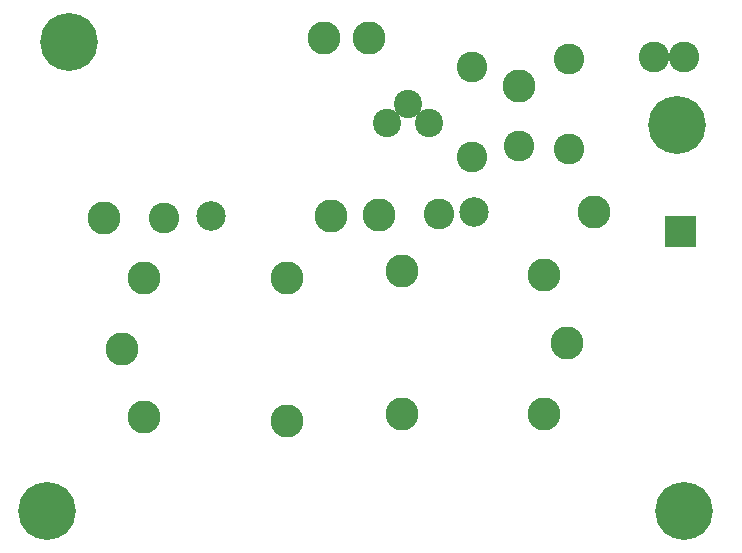
<source format=gbr>
%FSLAX34Y34*%
%MOMM*%
%LNSOLDERMASK_BOTTOM*%
G71*
G01*
%ADD10C,2.800*%
%ADD11C,2.400*%
%ADD12C,2.600*%
%ADD13C,2.500*%
%ADD14C,4.900*%
%LPD*%
X44450Y-184150D02*
G54D10*
D03*
X-76200Y-180976D02*
G54D10*
D03*
X44450Y-63500D02*
G54D10*
D03*
X-76200Y-63500D02*
G54D10*
D03*
X-95013Y-123825D02*
G54D10*
D03*
X141944Y-57762D02*
G54D10*
D03*
X262594Y-60936D02*
G54D10*
D03*
X141944Y-178412D02*
G54D10*
D03*
X262594Y-178412D02*
G54D10*
D03*
X281881Y-118087D02*
G54D10*
D03*
X164696Y68357D02*
G54D11*
D03*
X147121Y84256D02*
G54D11*
D03*
X129505Y68322D02*
G54D11*
D03*
X-110066Y-12446D02*
G54D12*
D03*
X-59086Y-12334D02*
G54D12*
D03*
X81743Y-10870D02*
G54D13*
D03*
X-19857Y-10870D02*
G54D13*
D03*
X81743Y-10870D02*
G54D12*
D03*
X81743Y-10870D02*
G54D10*
D03*
X-110066Y-12446D02*
G54D10*
D03*
X122405Y-9537D02*
G54D12*
D03*
X173385Y-9424D02*
G54D12*
D03*
X304938Y-7072D02*
G54D13*
D03*
X203338Y-7072D02*
G54D13*
D03*
X304938Y-7072D02*
G54D12*
D03*
X304938Y-7072D02*
G54D10*
D03*
X122405Y-9536D02*
G54D10*
D03*
X240919Y99310D02*
G54D12*
D03*
X241032Y48330D02*
G54D12*
D03*
X240919Y99310D02*
G54D10*
D03*
X201011Y39318D02*
G54D12*
D03*
X201061Y115568D02*
G54D12*
D03*
X283561Y45668D02*
G54D12*
D03*
X283611Y121918D02*
G54D12*
D03*
X76200Y139700D02*
G54D10*
D03*
X-76200Y-180976D02*
G54D10*
D03*
X262594Y-178412D02*
G54D10*
D03*
X114300Y139700D02*
G54D10*
D03*
X374650Y66550D02*
G54D14*
D03*
X381000Y-260475D02*
G54D14*
D03*
X-139700Y136400D02*
G54D14*
D03*
G36*
X390800Y-10800D02*
X390800Y-36800D01*
X364800Y-36800D01*
X364800Y-10800D01*
X390800Y-10800D01*
G37*
X-110066Y-12446D02*
G54D10*
D03*
X355500Y123700D02*
G54D12*
D03*
X381000Y123700D02*
G54D12*
D03*
X-158750Y-260475D02*
G54D14*
D03*
M02*

</source>
